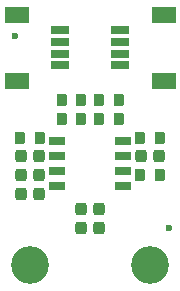
<source format=gts>
%TF.GenerationSoftware,KiCad,Pcbnew,9.0.4*%
%TF.CreationDate,2026-01-16T11:12:57-07:00*%
%TF.ProjectId,SparkFun_Capacitive_Soil_Moisture_Sensor,53706172-6b46-4756-9e5f-436170616369,v10*%
%TF.SameCoordinates,Original*%
%TF.FileFunction,Soldermask,Top*%
%TF.FilePolarity,Negative*%
%FSLAX46Y46*%
G04 Gerber Fmt 4.6, Leading zero omitted, Abs format (unit mm)*
G04 Created by KiCad (PCBNEW 9.0.4) date 2026-01-16 11:12:57*
%MOMM*%
%LPD*%
G01*
G04 APERTURE LIST*
G04 Aperture macros list*
%AMRoundRect*
0 Rectangle with rounded corners*
0 $1 Rounding radius*
0 $2 $3 $4 $5 $6 $7 $8 $9 X,Y pos of 4 corners*
0 Add a 4 corners polygon primitive as box body*
4,1,4,$2,$3,$4,$5,$6,$7,$8,$9,$2,$3,0*
0 Add four circle primitives for the rounded corners*
1,1,$1+$1,$2,$3*
1,1,$1+$1,$4,$5*
1,1,$1+$1,$6,$7*
1,1,$1+$1,$8,$9*
0 Add four rect primitives between the rounded corners*
20,1,$1+$1,$2,$3,$4,$5,0*
20,1,$1+$1,$4,$5,$6,$7,0*
20,1,$1+$1,$6,$7,$8,$9,0*
20,1,$1+$1,$8,$9,$2,$3,0*%
G04 Aperture macros list end*
%ADD10RoundRect,0.225000X0.225000X0.300000X-0.225000X0.300000X-0.225000X-0.300000X0.225000X-0.300000X0*%
%ADD11RoundRect,0.225000X-0.225000X-0.300000X0.225000X-0.300000X0.225000X0.300000X-0.225000X0.300000X0*%
%ADD12C,3.200000*%
%ADD13RoundRect,0.250000X-0.250000X-0.275000X0.250000X-0.275000X0.250000X0.275000X-0.250000X0.275000X0*%
%ADD14RoundRect,0.050000X0.675000X-0.300000X0.675000X0.300000X-0.675000X0.300000X-0.675000X-0.300000X0*%
%ADD15RoundRect,0.050000X1.000000X-0.600000X1.000000X0.600000X-1.000000X0.600000X-1.000000X-0.600000X0*%
%ADD16C,0.600000*%
%ADD17RoundRect,0.243750X-0.243750X-0.281250X0.243750X-0.281250X0.243750X0.281250X-0.243750X0.281250X0*%
%ADD18RoundRect,0.050000X-0.675000X0.300000X-0.675000X-0.300000X0.675000X-0.300000X0.675000X0.300000X0*%
%ADD19RoundRect,0.050000X-1.000000X0.600000X-1.000000X-0.600000X1.000000X-0.600000X1.000000X0.600000X0*%
%ADD20RoundRect,0.050000X-0.600000X0.300000X-0.600000X-0.300000X0.600000X-0.300000X0.600000X0.300000X0*%
%ADD21RoundRect,0.250000X0.250000X0.275000X-0.250000X0.275000X-0.250000X-0.275000X0.250000X-0.275000X0*%
G04 APERTURE END LIST*
D10*
%TO.C,R1*%
X3365000Y-11430000D03*
X1715000Y-11430000D03*
%TD*%
D11*
%TO.C,R6*%
X11875000Y-11430000D03*
X13525000Y-11430000D03*
%TD*%
D12*
%TO.C,ST2*%
X12700000Y-22225000D03*
%TD*%
D10*
%TO.C,R3*%
X10032500Y-8255000D03*
X8382500Y-8255000D03*
%TD*%
D13*
%TO.C,C2*%
X6845000Y-17462500D03*
X8395000Y-17462500D03*
%TD*%
D14*
%TO.C,J2*%
X10160000Y-5310000D03*
X10160000Y-4310000D03*
X10160000Y-3310000D03*
X10160000Y-2310000D03*
D15*
X13835000Y-1010000D03*
X13835000Y-6610000D03*
%TD*%
D16*
%TO.C,FID4*%
X14287500Y-19050000D03*
%TD*%
D10*
%TO.C,R5*%
X6857500Y-9842500D03*
X5207500Y-9842500D03*
%TD*%
D11*
%TO.C,R7*%
X11875000Y-14605000D03*
X13525000Y-14605000D03*
%TD*%
D17*
%TO.C,D1*%
X1752500Y-13017500D03*
X3327500Y-13017500D03*
%TD*%
D18*
%TO.C,J1*%
X5080000Y-2310000D03*
X5080000Y-3310000D03*
X5080000Y-4310000D03*
X5080000Y-5310000D03*
D19*
X1405000Y-6610000D03*
X1405000Y-1010000D03*
%TD*%
D13*
%TO.C,C1*%
X6845000Y-19050000D03*
X8395000Y-19050000D03*
%TD*%
D20*
%TO.C,U1*%
X4820000Y-11747500D03*
X4820000Y-13017500D03*
X4820000Y-14287500D03*
X4820000Y-15557500D03*
X10420000Y-15557500D03*
X10420000Y-14287500D03*
X10420000Y-13017500D03*
X10420000Y-11747500D03*
%TD*%
D17*
%TO.C,D2*%
X11912500Y-13017500D03*
X13487500Y-13017500D03*
%TD*%
D10*
%TO.C,R4*%
X10032500Y-9842500D03*
X8382500Y-9842500D03*
%TD*%
D21*
%TO.C,C3*%
X3315000Y-14605000D03*
X1765000Y-14605000D03*
%TD*%
D16*
%TO.C,FID3*%
X1270000Y-2857500D03*
%TD*%
D10*
%TO.C,R2*%
X6857500Y-8255000D03*
X5207500Y-8255000D03*
%TD*%
D21*
%TO.C,C4*%
X3315000Y-16192500D03*
X1765000Y-16192500D03*
%TD*%
D12*
%TO.C,ST4*%
X2540000Y-22225000D03*
%TD*%
M02*

</source>
